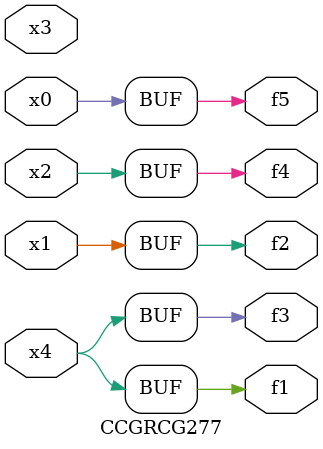
<source format=v>
module CCGRCG277(
	input x0, x1, x2, x3, x4,
	output f1, f2, f3, f4, f5
);
	assign f1 = x4;
	assign f2 = x1;
	assign f3 = x4;
	assign f4 = x2;
	assign f5 = x0;
endmodule

</source>
